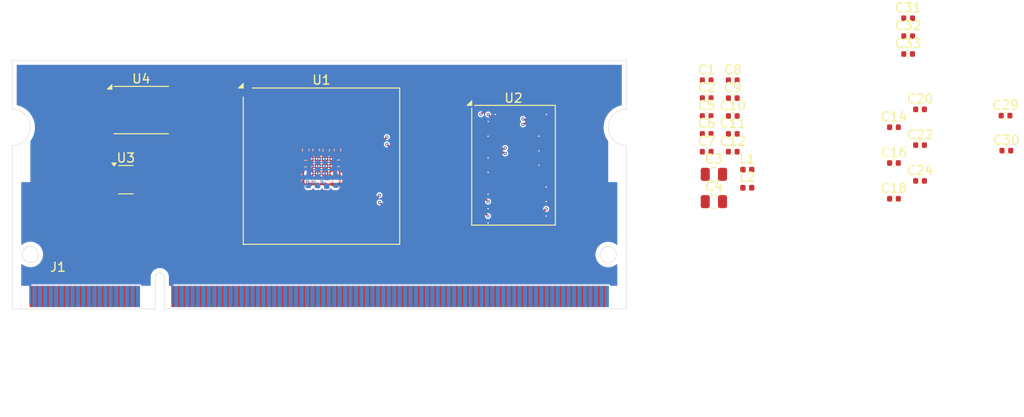
<source format=kicad_pcb>
(kicad_pcb (version 20241229) (generator "pcbnew") (generator_version "9.0")
  (layers (0 "F.Cu" signal) (4 "In1.Cu" power "In1-GND.Cu") (6 "In2.Cu" signal) (8 "In3.Cu" power "In3-GND.Cu") (10 "In4.Cu" mixed "In4-PWR.Cu") (2 "B.Cu" signal) (13 "F.Paste" user) (15 "B.Paste" user) (5 "F.SilkS" user "F.Silkscreen") (7 "B.SilkS" user "B.Silkscreen") (1 "F.Mask" user) (3 "B.Mask" user) (25 "Edge.Cuts" user))
  (net 0 "")
  (net 1 "DDR_VDDQ_1.5V")
  (net 2 "GND")
  (net 3 "DDR_VDD_1.5V")
  (net 54 "ANY")
  (net 204 "VDD_1.5V")
  (net 205 "Net-(U1A-GND-PadB14)")
  (net 215 "Net-(U1B-VCCIO0-PadF10)")
  (net 231 "Net-(U1A-VCCAUX-PadF15)")
  (net 239 "Net-(U1H-VCCIO8-PadP10)")
  (net 243 "Net-(U1A-VCCA0-PadT6)")
  (net 246 "Net-(U1F-VCCIO6-PadL6)")
  (net 251 "Net-(U1A-VCCAUXA0-PadV10)")
  (net 264 "Net-(U1C-VCCIO1-PadF11)")
  (net 277 "Net-(U1G-VCCIO7-PadH6)")
  (net 319 "Net-(U1A-VCCAUXA1-PadV17)")
  (net 375 "Net-(U1A-VCCA1-PadT15)")
  (net 413 "DDR_UDQS_P")
  (net 419 "DDR_DQ0")
  (net 420 "DDR_A4")
  (net 421 "DDR_A8")
  (net 422 "DDR_CK")
  (net 423 "DDR_UDQS_N")
  (net 424 "DDR_LDQS_N")
  (net 425 "DDR_DQ11")
  (net 426 "DDR_DQ13")
  (net 427 "DDR_ZQ")
  (net 428 "DDR_LDQS_P")
  (net 429 "DDR_DQ2")
  (net 430 "DDR_A13")
  (net 431 "DDR_NCK")
  (net 432 "DDR_BA1")
  (net 433 "DDR_RST")
  (net 434 "DDR_DQ6")
  (net 435 "DDR_DQ5")
  (net 436 "DDR_DQ8")
  (net 437 "DDR_ODT")
  (net 438 "DDR_BA0")
  (net 439 "DDR_RAS")
  (net 440 "DDR_A14")
  (net 441 "DDR_DQ3")
  (net 443 "DDR_UDM")
  (net 444 "DDR_A1")
  (net 445 "DDR_A10")
  (net 446 "DDR_A0")
  (net 447 "DDR_LDM")
  (net 448 "DDR_A9")
  (net 450 "DDR_CAS")
  (net 451 "DDR_DQ12")
  (net 452 "DDR_DQ7")
  (net 453 "DDR_A11")
  (net 454 "DDR_WE")
  (net 455 "DDR_A6")
  (net 456 "DDR_A3")
  (net 457 "DDR_DQ9")
  (net 459 "DDR_CKE")
  (net 460 "DDR_VREF")
  (net 461 "DDR_BA2")
  (net 462 "DDR_DQ15")
  (net 463 "DDR_DQ1")
  (net 464 "DDR_CS")
  (net 465 "DDR_A5")
  (net 467 "DDR_A2")
  (net 468 "DDR_A12")
  (net 470 "DDR_DQ10")
  (net 471 "DDR_A7")
  (net 472 "DDR_DQ14")
  (net 473 "DDR_DQ4")
  (net 488 "VCC_CORE")
  (net 491 "1.5V")
  (net 492 "JTAG_TMS")
  (net 493 "JTAG_TCK")
  (net 494 "JTAG_TDI")
  (net 495 "JTAG_TDO")
  (footprint "Capacitor_SMD:C_0402_1005Metric" (layer "F.Cu") (at 127.89 55.76)
    (property "Reference" "C5")
    (property "Value" "1uF")
  )
  (footprint "Package_SON:WSON-8-1EP_6x5mm_P1.27mm_EP3.4x4.3mm" (layer "F.Cu") (at 65.6575 55.11)
    (property "Reference" "U4")
    (property "Value" "W25Q128JVP")
  )
  (footprint "Inductor_SMD:L_0402_1005Metric" (layer "F.Cu") (at 132.36 63.67)
    (property "Reference" "L2")
    (property "Value" "600R")
  )
  (footprint "Capacitor_SMD:C_0402_1005Metric" (layer "F.Cu") (at 151.37 62.91)
    (property "Reference" "C24")
    (property "Value" "10uF")
  )
  (footprint "Connector_PCBEdge:SODIMM-200_1.8V_Card_edge" (layer "F.Cu") (at 53.6 75.65)
    (property "Reference" "J1")
    (property "Value" "SODIMM-200_Split")
    (fp_line (start -2.15 -20.625) (end -2.15 -24.025) (stroke (width 0.05)) (layer "Edge.Cuts"))
    (fp_line (start -2.15 1.375) (end -2.15 -16.625) (stroke (width 0.05)) (layer "Edge.Cuts"))
    (fp_line (start 13.6 1.375) (end -2.15 1.375) (stroke (width 0.05)) (layer "Edge.Cuts"))
    (fp_line (start 13.6 1.375) (end 13.6 -2.125) (stroke (width 0.05)) (layer "Edge.Cuts"))
    (fp_line (start 14.6 -2.125) (end 14.6 1.375) (stroke (width 0.05)) (layer "Edge.Cuts"))
    (fp_line (start 14.6 1.375) (end 65.45 1.375) (stroke (width 0.05)) (layer "Edge.Cuts"))
    (fp_line (start 65.45 -20.625) (end 65.45 -24.025) (stroke (width 0.05)) (layer "Edge.Cuts"))
    (fp_line (start 65.45 1.375) (end 65.45 -16.625) (stroke (width 0.05)) (layer "Edge.Cuts"))
    (fp_arc (start -2.15 -20.625) (mid -0.15 -18.625) (end -2.15 -16.625) (stroke (width 0.05)) (layer "Edge.Cuts"))
    (fp_arc (start 13.6 -2.125) (mid 14.1 -2.625) (end 14.6 -2.125) (stroke (width 0.05)) (layer "Edge.Cuts"))
    (fp_arc (start 65.45 -16.625) (mid 63.45 -18.625) (end 65.45 -20.625) (stroke (width 0.05)) (layer "Edge.Cuts"))
  )
  (footprint "Capacitor_SMD:C_0402_1005Metric" (layer "F.Cu") (at 130.76 53.79)
    (property "Reference" "C9")
    (property "Value" "100nF")
  )
  (footprint "Capacitor_SMD:C_0402_1005Metric" (layer "F.Cu") (at 148.5 57)
    (property "Reference" "C14")
    (property "Value" "100nF")
  )
  (footprint "Capacitor_SMD:C_0402_1005Metric" (layer "F.Cu") (at 148.5 64.88)
    (property "Reference" "C18")
    (property "Value" "10uF")
  )
  (footprint "Capacitor_SMD:C_0402_1005Metric" (layer "F.Cu") (at 127.89 51.82)
    (property "Reference" "C1")
    (property "Value" "100nF")
  )
  (footprint "Capacitor_SMD:C_0402_1005Metric" (layer "F.Cu") (at 150.06 46.96)
    (property "Reference" "C32")
    (property "Value" "100nF")
  )
  (footprint "Capacitor_SMD:C_0402_1005Metric" (layer "F.Cu") (at 130.76 59.7)
    (property "Reference" "C12")
    (property "Value" "100nF")
  )
  (footprint "Capacitor_SMD:C_0402_1005Metric" (layer "F.Cu") (at 127.89 59.7)
    (property "Reference" "C7")
    (property "Value" "1uF")
  )
  (footprint "Capacitor_SMD:C_0402_1005Metric" (layer "F.Cu") (at 148.5 60.94)
    (property "Reference" "C16")
    (property "Value" "100nF")
  )
  (footprint "Capacitor_SMD:C_0805_2012Metric" (layer "F.Cu") (at 128.68 62.19)
    (property "Reference" "C3")
    (property "Value" "22uF")
  )
  (footprint "Capacitor_SMD:C_0402_1005Metric" (layer "F.Cu") (at 127.89 53.79)
    (property "Reference" "C2")
    (property "Value" "100nF")
  )
  (footprint "Capacitor_SMD:C_0402_1005Metric" (layer "F.Cu") (at 127.89 57.73)
    (property "Reference" "C6")
    (property "Value" "1uF")
  )
  (footprint "Package_BGA:Lattice_caBGA-381_17x17mm_Layout20x20_P0.8mm" (layer "F.Cu") (at 85.49 61.29)
    (property "Reference" "U1")
    (property "Value" "LFE5UM5G-85F")
  )
  (footprint "Capacitor_SMD:C_0402_1005Metric" (layer "F.Cu") (at 151.37 55.03)
    (property "Reference" "C20")
    (property "Value" "100nF")
  )
  (footprint "Capacitor_SMD:C_0402_1005Metric" (layer "F.Cu") (at 150.06 44.99)
    (property "Reference" "C31")
    (property "Value" "100nF")
  )
  (footprint "Package_TO_SOT_SMD:SOT-23-5" (layer "F.Cu") (at 63.9625 62.78)
    (property "Reference" "U3")
    (property "Value" "TLV62569DBV")
  )
  (footprint "Inductor_SMD:L_0402_1005Metric" (layer "F.Cu") (at 132.36 61.68)
    (property "Reference" "L1")
    (property "Value" "600R")
  )
  (footprint "Capacitor_SMD:C_0402_1005Metric" (layer "F.Cu") (at 130.76 57.73)
    (property "Reference" "C11")
    (property "Value" "100nF")
  )
  (footprint "Capacitor_SMD:C_0402_1005Metric" (layer "F.Cu") (at 130.76 55.76)
    (property "Reference" "C10")
    (property "Value" "100nF")
  )
  (footprint "Capacitor_SMD:C_0402_1005Metric" (layer "F.Cu") (at 150.06 48.93)
    (property "Reference" "C33")
    (property "Value" "10uF")
  )
  (footprint "Capacitor_SMD:C_0402_1005Metric" (layer "F.Cu") (at 160.78 55.72)
    (property "Reference" "C29")
    (property "Value" "10uF")
  )
  (footprint "Capacitor_SMD:C_0805_2012Metric" (layer "F.Cu") (at 128.68 65.2)
    (property "Reference" "C4")
    (property "Value" "22uF")
  )
  (footprint "Capacitor_SMD:C_0402_1005Metric" (layer "F.Cu") (at 160.87 59.58)
    (property "Reference" "C30")
    (property "Value" "10uF")
  )
  (footprint "Package_BGA:BGA-96_9.0x13.0mm_Layout2x3x16_P0.8mm" (layer "F.Cu") (at 106.63 61.19)
    (property "Reference" "U2")
    (property "Value" "AS4C256M16D3")
  )
  (footprint "Capacitor_SMD:C_0402_1005Metric" (layer "F.Cu") (at 130.76 51.82)
    (property "Reference" "C8")
    (property "Value" "1uF")
  )
  (footprint "Capacitor_SMD:C_0402_1005Metric" (layer "F.Cu") (at 151.37 58.97)
    (property "Reference" "C22")
    (property "Value" "100nF")
  )
  (footprint "Capacitor_SMD:C_0402_1005Metric" (layer "B.Cu") (at 84.91 59.5 90)
    (property "Reference" "C25" (hide yes))
    (property "Value" "100nF" (hide yes))
  )
  (footprint "Capacitor_SMD:C_0402_1005Metric" (layer "B.Cu") (at 86.08 63.04 -90)
    (property "Reference" "C17" (hide yes))
    (property "Value" "100nF" (hide yes))
  )
  (footprint "Capacitor_SMD:C_0402_1005Metric" (layer "B.Cu") (at 86.01 59.54 90)
    (property "Reference" "C23" (hide yes))
    (property "Value" "100nF" (hide yes))
  )
  (footprint "Capacitor_SMD:C_0402_1005Metric" (layer "B.Cu") (at 83.76 59.5 90)
    (property "Reference" "C26" (hide yes))
    (property "Value" "100nF" (hide yes))
  )
  (footprint "Capacitor_SMD:C_0402_1005Metric" (layer "B.Cu") (at 83.75 61.01 180)
    (property "Reference" "C27" (hide yes))
    (property "Value" "100nF" (hide yes))
  )
  (footprint "Capacitor_SMD:C_0402_1005Metric" (layer "B.Cu") (at 84.04 62.97 -90)
    (property "Reference" "C13" (hide yes))
    (property "Value" "100nF" (hide yes))
  )
  (footprint "Capacitor_SMD:C_0402_1005Metric" (layer "B.Cu") (at 87.25 59.51 90)
    (property "Reference" "C21" (hide yes))
    (property "Value" "100nF" (hide yes))
  )
  (footprint "Capacitor_SMD:C_0402_1005Metric" (layer "B.Cu") (at 87.37 60.97)
    (property "Reference" "C28" (hide yes))
    (property "Value" "100nF" (hide yes))
  )
  (footprint "Capacitor_SMD:C_0402_1005Metric" (layer "B.Cu") (at 87.09 62.92 -90)
    (property "Reference" "C19" (hide yes))
    (property "Value" "100nF" (hide yes))
  )
  (footprint "Capacitor_SMD:C_0402_1005Metric" (layer "B.Cu") (at 85.06 62.97 -90)
    (property "Reference" "C15" (hide yes))
    (property "Value" "100nF" (hide yes))
  )
  (gr_circle (center 53.45 71.02) (end 54.35 71.02) (stroke (width 0.05)) (fill no) (layer "Edge.Cuts"))
  (gr_line (start 51.45 51.625) (end 51.45 49.62) (stroke (width 0.05)) (layer "Edge.Cuts"))
  (gr_circle (center 117.05 71.03) (end 117.95 71.03) (stroke (width 0.05)) (fill no) (layer "Edge.Cuts"))
  (gr_line (start 119.05 49.62) (end 51.45 49.62) (stroke (width 0.05)) (layer "Edge.Cuts"))
  (gr_line (start 119.05 51.625) (end 119.05 49.62) (stroke (width 0.05)) (layer "Edge.Cuts"))
  (segment (start 103.43 55.19) (end 103.04 55.58) (width 0.2) (layer "F.Cu") (net 1))
  (via (at 103.04 55.58) (size 0.35) (drill 0.15) (layers "F.Cu" "B.Cu") (net 1))
  (segment (start 103.83 67.55) (end 103.47 67.19) (width 0.2) (layer "F.Cu") (net 2))
  (segment (start 103.46 55.99) (end 103.84 56.37) (width 0.2) (layer "F.Cu") (net 2))
  (segment (start 103.43 65.59) (end 103.44 65.59) (width 0.2) (layer "F.Cu") (net 2))
  (segment (start 104.23 61.59) (end 104.22 61.59) (width 0.2) (layer "F.Cu") (net 2))
  (segment (start 109.83 55.99) (end 109.84 55.99) (width 0.2) (layer "F.Cu") (net 2))
  (segment (start 109.03 57.6) (end 109.42 57.99) (width 0.2) (layer "F.Cu") (net 2))
  (segment (start 109.84 55.99) (end 110.24 55.59) (width 0.2) (layer "F.Cu") (net 2))
  (segment (start 109.83 59.19) (end 109.42 59.6) (width 0.2) (layer "F.Cu") (net 2))
  (segment (start 109.84 55.19) (end 110.24 55.59) (width 0.2) (layer "F.Cu") (net 2))
  (segment (start 110.23 63.59) (end 109.83 63.99) (width 0.2) (layer "F.Cu") (net 2))
  (segment (start 109.03 59.99) (end 109.42 59.6) (width 0.2) (layer "F.Cu") (net 2))
  (segment (start 105.03 55.99) (end 104.63 55.59) (width 0.2) (layer "F.Cu") (net 2))
  (segment (start 103.47 67.19) (end 103.43 67.19) (width 0.2) (layer "F.Cu") (net 2))
  (segment (start 103.43 57.59) (end 103.83 57.99) (width 0.2) (layer "F.Cu") (net 2))
  (segment (start 109.03 57.59) (end 109.03 57.6) (width 0.2) (layer "F.Cu") (net 2))
  (segment (start 109.83 67.19) (end 110.23 66.79) (width 0.2) (layer "F.Cu") (net 2))
  (segment (start 103.43 58.39) (end 103.83 57.99) (width 0.2) (layer "F.Cu") (net 2))
  (segment (start 103.43 59.99) (end 103.83 60.39) (width 0.2) (layer "F.Cu") (net 2))
  (segment (start 103.44 65.59) (end 103.83 65.98) (width 0.2) (layer "F.Cu") (net 2))
  (segment (start 104.22 61.59) (end 103.83 61.98) (width 0.2) (layer "F.Cu") (net 2))
  (segment (start 109.03 61.58) (end 109.42 61.19) (width 0.2) (layer "F.Cu") (net 2))
  (segment (start 109.03 58.38) (end 109.42 57.99) (width 0.2) (layer "F.Cu") (net 2))
  (segment (start 109.03 58.39) (end 109.03 58.38) (width 0.2) (layer "F.Cu") (net 2))
  (segment (start 103.43 55.99) (end 103.46 55.99) (width 0.2) (layer "F.Cu") (net 2))
  (segment (start 109.81 59.99) (end 109.42 59.6) (width 0.2) (layer "F.Cu") (net 2))
  (segment (start 103.43 63.99) (end 103.83 64.39) (width 0.2) (layer "F.Cu") (net 2))
  (segment (start 109.83 65.59) (end 110.23 65.19) (width 0.2) (layer "F.Cu") (net 2))
  (segment (start 109.83 55.19) (end 109.84 55.19) (width 0.2) (layer "F.Cu") (net 2))
  (segment (start 109.83 59.99) (end 109.81 59.99) (width 0.2) (layer "F.Cu") (net 2))
  (segment (start 104.23 58.39) (end 103.83 57.99) (width 0.2) (layer "F.Cu") (net 2))
  (segment (start 109.03 61.59) (end 109.03 61.58) (width 0.2) (layer "F.Cu") (net 2))
  (via (at 109.42 57.99) (size 0.35) (drill 0.15) (layers "F.Cu" "B.Cu") (net 2))
  (via (at 110.23 63.59) (size 0.35) (drill 0.15) (layers "F.Cu" "B.Cu") (net 2))
  (via (at 103.83 65.98) (size 0.35) (drill 0.15) (layers "F.Cu" "B.Cu") (net 2))
  (via (at 110.23 66.79) (size 0.35) (drill 0.15) (layers "F.Cu" "B.Cu") (net 2))
  (via (at 103.83 60.39) (size 0.35) (drill 0.15) (layers "F.Cu" "B.Cu") (net 2))
  (via (at 104.63 55.59) (size 0.35) (drill 0.15) (layers "F.Cu" "B.Cu") (net 2))
  (via (at 103.83 64.39) (size 0.35) (drill 0.15) (layers "F.Cu" "B.Cu") (net 2))
  (via (at 109.42 59.6) (size 0.35) (drill 0.15) (layers "F.Cu" "B.Cu") (net 2))
  (via (at 103.84 56.37) (size 0.35) (drill 0.15) (layers "F.Cu" "B.Cu") (net 2))
  (via (at 110.23 65.19) (size 0.35) (drill 0.15) (layers "F.Cu" "B.Cu") (net 2))
  (via (at 103.83 57.99) (size 0.35) (drill 0.15) (layers "F.Cu" "B.Cu") (net 2))
  (via (at 103.83 61.98) (size 0.35) (drill 0.15) (layers "F.Cu" "B.Cu") (net 2))
  (via (at 103.83 67.55) (size 0.35) (drill 0.15) (layers "F.Cu" "B.Cu") (net 2))
  (via (at 109.42 61.19) (size 0.35) (drill 0.15) (layers "F.Cu" "B.Cu") (net 2))
  (via (at 110.24 55.59) (size 0.35) (drill 0.15) (layers "F.Cu" "B.Cu") (net 2))
  (segment (start 104.23 55.99) (end 103.84 55.6) (width 0.2) (layer "F.Cu") (net 3))
  (segment (start 109.83 66.39) (end 109.84 66.39) (width 0.2) (layer "F.Cu") (net 3))
  (segment (start 109.83 66.39) (end 109.83 66.38) (width 0.2) (layer "F.Cu") (net 3))
  (segment (start 109.84 66.39) (end 110.23 66) (width 0.2) (layer "F.Cu") (net 3))
  (segment (start 103.43 66.4) (end 103.82 66.79) (width 0.2) (layer "F.Cu") (net 3))
  (segment (start 103.43 64.79) (end 103.83 65.19) (width 0.2) (layer "F.Cu") (net 3))
  (segment (start 103.43 66.39) (end 103.43 66.4) (width 0.2) (layer "F.Cu") (net 3))
  (via (at 110.23 66) (size 0.35) (drill 0.15) (layers "F.Cu" "B.Cu") (net 3))
  (via (at 103.82 66.79) (size 0.35) (drill 0.15) (layers "F.Cu" "B.Cu") (net 3))
  (via (at 103.83 65.19) (size 0.35) (drill 0.15) (layers "F.Cu" "B.Cu") (net 3))
  (via (at 103.84 55.6) (size 0.35) (drill 0.15) (layers "F.Cu" "B.Cu") (net 3))
  (segment (start 85.09 60.09) (end 85.08 60.09) (width 0.2) (layer "F.Cu") (net 205))
  (segment (start 86.69 60.89) (end 86.29 61.29) (width 0.2) (layer "F.Cu") (net 205))
  (segment (start 85.09 61.69) (end 84.69 62.09) (width 0.2) (layer "F.Cu") (net 205))
  (segment (start 84.29 60.89) (end 84.69 61.29) (width 0.2) (layer "F.Cu") (net 205))
  (segment (start 85.88 60.09) (end 85.48 60.49) (width 0.2) (layer "F.Cu") (net 205))
  (segment (start 85.09 60.89) (end 84.69 61.29) (width 0.2) (layer "F.Cu") (net 205))
  (segment (start 84.29 61.69) (end 84.69 62.09) (width 0.2) (layer "F.Cu") (net 205))
  (segment (start 85.09 60.88) (end 84.69 60.48) (width 0.2) (layer "F.Cu") (net 205))
  (segment (start 84.29 60.88) (end 84.69 60.48) (width 0.2) (layer "F.Cu") (net 205))
  (segment (start 85.88 60.89) (end 85.48 60.49) (width 0.2) (layer "F.Cu") (net 205))
  (segment (start 85.89 60.09) (end 86.29 60.49) (width 0.2) (layer "F.Cu") (net 205))
  (segment (start 85.89 60.89) (end 86.29 60.49) (width 0.2) (layer "F.Cu") (net 205))
  (segment (start 86.69 61.69) (end 86.29 61.29) (width 0.2) (layer "F.Cu") (net 205))
  (segment (start 85.89 61.69) (end 85.49 62.09) (width 0.2) (layer "F.Cu") (net 205))
  (segment (start 84.29 60.09) (end 84.3 60.09) (width 0.2) (layer "F.Cu") (net 205))
  (segment (start 84.3 60.09) (end 84.69 60.48) (width 0.2) (layer "F.Cu") (net 205))
  (segment (start 85.89 61.69) (end 85.49 61.29) (width 0.2) (layer "F.Cu") (net 205))
  (segment (start 85.09 61.69) (end 85.49 62.09) (width 0.2) (layer "F.Cu") (net 205))
  (segment (start 84.29 61.69) (end 84.69 61.29) (width 0.2) (layer "F.Cu") (net 205))
  (segment (start 85.09 60.88) (end 85.48 60.49) (width 0.2) (layer "F.Cu") (net 205))
  (segment (start 85.89 62.49) (end 86.29 62.09) (width 0.2) (layer "F.Cu") (net 205))
  (segment (start 85.89 61.69) (end 86.29 62.09) (width 0.2) (layer "F.Cu") (net 205))
  (segment (start 85.09 60.89) (end 85.49 61.29) (width 0.2) (layer "F.Cu") (net 205))
  (segment (start 86.69 60.89) (end 86.29 60.49) (width 0.2) (layer "F.Cu") (net 205))
  (segment (start 85.89 60.89) (end 85.49 61.29) (width 0.2) (layer "F.Cu") (net 205))
  (segment (start 85.09 61.69) (end 85.49 61.29) (width 0.2) (layer "F.Cu") (net 205))
  (segment (start 84.29 62.49) (end 84.69 62.09) (width 0.2) (layer "F.Cu") (net 205))
  (segment (start 85.89 61.69) (end 86.29 61.29) (width 0.2) (layer "F.Cu") (net 205))
  (segment (start 84.29 60.89) (end 84.29 60.88) (width 0.2) (layer "F.Cu") (net 205))
  (segment (start 85.89 60.09) (end 85.88 60.09) (width 0.2) (layer "F.Cu") (net 205))
  (segment (start 85.09 62.49) (end 85.49 62.09) (width 0.2) (layer "F.Cu") (net 205))
  (segment (start 85.89 62.49) (end 85.49 62.09) (width 0.2) (layer "F.Cu") (net 205))
  (segment (start 85.89 60.89) (end 86.29 61.29) (width 0.2) (layer "F.Cu") (net 205))
  (segment (start 86.69 61.69) (end 86.29 62.09) (width 0.2) (layer "F.Cu") (net 205))
  (segment (start 85.89 60.89) (end 85.88 60.89) (width 0.2) (layer "F.Cu") (net 205))
  (segment (start 86.69 60.09) (end 86.29 60.49) (width 0.2) (layer "F.Cu") (net 205))
  (segment (start 85.09 60.89) (end 85.09 60.88) (width 0.2) (layer "F.Cu") (net 205))
  (segment (start 85.09 60.09) (end 85.09 60.1) (width 0.2) (layer "F.Cu") (net 205))
  (segment (start 86.69 62.49) (end 86.29 62.09) (width 0.2) (layer "F.Cu") (net 205))
  (segment (start 85.09 62.49) (end 84.69 62.09) (width 0.2) (layer "F.Cu") (net 205))
  (segment (start 85.09 61.69) (end 84.69 61.29) (width 0.2) (layer "F.Cu") (net 205))
  (segment (start 85.08 60.09) (end 84.69 60.48) (width 0.2) (layer "F.Cu") (net 205))
  (segment (start 85.09 60.1) (end 85.48 60.49) (width 0.2) (layer "F.Cu") (net 205))
  (via (at 84.69 60.48) (size 0.35) (drill 0.15) (layers "F.Cu" "B.Cu") (net 205))
  (via (at 86.29 61.29) (size 0.35) (drill 0.15) (layers "F.Cu" "B.Cu") (net 205))
  (via (at 86.29 62.09) (size 0.35) (drill 0.15) (layers "F.Cu" "B.Cu") (net 205))
  (via (at 85.49 62.09) (size 0.35) (drill 0.15) (layers "F.Cu" "B.Cu") (net 205))
  (via (at 86.29 60.49) (size 0.35) (drill 0.15) (layers "F.Cu" "B.Cu") (net 205))
  (via (at 85.49 61.29) (size 0.35) (drill 0.15) (layers "F.Cu" "B.Cu") (net 205))
  (via (at 84.69 61.29) (size 0.35) (drill 0.15) (layers "F.Cu" "B.Cu") (net 205))
  (via (at 85.48 60.49) (size 0.35) (drill 0.15) (layers "F.Cu" "B.Cu") (net 205))
  (via (at 84.69 62.09) (size 0.35) (drill 0.15) (layers "F.Cu" "B.Cu") (net 205))
  (segment (start 92.29 58.49) (end 92.69 58.09) (width 0.2) (layer "F.Cu") (net 413))
  (segment (start 108.23 56.79) (end 108.055001 56.615001) (width 0.2) (layer "F.Cu") (net 413))
  (segment (start 107.742085 56.615001) (end 107.667086 56.69) (width 0.2) (layer "F.Cu") (net 413))
  (segment (start 108.055001 56.615001) (end 107.742085 56.615001) (width 0.2) (layer "F.Cu") (net 413))
  (via (at 92.69 58.09) (size 0.35) (drill 0.15) (layers "F.Cu" "B.Cu") (net 413))
  (via (at 107.667086 56.69) (size 0.35) (drill 0.15) (layers "F.Cu" "B.Cu") (net 413))
  (segment (start 93.09 59.29) (end 92.69 58.89) (width 0.2) (layer "F.Cu") (net 423))
  (segment (start 108.055001 56.164999) (end 107.742085 56.164999) (width 0.2) (layer "F.Cu") (net 423))
  (segment (start 108.23 55.99) (end 108.055001 56.164999) (width 0.2) (layer "F.Cu") (net 423))
  (segment (start 107.742085 56.164999) (end 107.667086 56.09) (width 0.2) (layer "F.Cu") (net 423))
  (via (at 92.69 58.89) (size 0.35) (drill 0.15) (layers "F.Cu" "B.Cu") (net 423))
  (via (at 107.667086 56.09) (size 0.35) (drill 0.15) (layers "F.Cu" "B.Cu") (net 423))
  (segment (start 105.03 59.99) (end 105.204999 59.815001) (width 0.2) (layer "F.Cu") (net 424))
  (segment (start 105.204999 59.815001) (end 105.643903 59.815001) (width 0.2) (layer "F.Cu") (net 424))
  (segment (start 105.643903 59.815001) (end 105.718902 59.89) (width 0.2) (layer "F.Cu") (net 424))
  (segment (start 91.49 64.89) (end 91.49 64.88) (width 0.2) (layer "F.Cu") (net 424))
  (segment (start 91.49 64.88) (end 91.88 64.49) (width 0.2) (layer "F.Cu") (net 424))
  (via (at 91.88 64.49) (size 0.35) (drill 0.15) (layers "F.Cu" "B.Cu") (net 424))
  (via (at 105.718902 59.89) (size 0.35) (drill 0.15) (layers "F.Cu" "B.Cu") (net 424))
  (segment (start 92.29 65.69) (end 91.89 65.29) (width 0.2) (layer "F.Cu") (net 428))
  (segment (start 105.03 59.19) (end 105.204999 59.364999) (width 0.2) (layer "F.Cu") (net 428))
  (segment (start 105.204999 59.364999) (end 105.643903 59.364999) (width 0.2) (layer "F.Cu") (net 428))
  (segment (start 105.643903 59.364999) (end 105.718902 59.29) (width 0.2) (layer "F.Cu") (net 428))
  (via (at 91.89 65.29) (size 0.35) (drill 0.15) (layers "F.Cu" "B.Cu") (net 428))
  (via (at 105.718902 59.29) (size 0.35) (drill 0.15) (layers "F.Cu" "B.Cu") (net 428))
  (segment (start 83.49 59.29) (end 83.49 60.09) (width 0.2) (layer "F.Cu") (net 488))
  (segment (start 87.49 63.29) (end 86.69 63.29) (width 0.2) (layer "F.Cu") (net 488))
  (segment (start 84.29 59.29) (end 83.49 59.29) (width 0.2) (layer "F.Cu") (net 488))
  (segment (start 85.55 63.06) (end 85.5 63.01) (width 0.2) (layer "F.Cu") (net 488))
  (segment (start 87.49 60.89) (end 87.49 61.69) (width 0.2) (layer "F.Cu") (net 488))
  (segment (start 87.49 59.29) (end 87.49 60.09) (width 0.2) (layer "F.Cu") (net 488))
  (segment (start 85.55 63.29) (end 85.55 63.06) (width 0.2) (layer "F.Cu") (net 488))
  (segment (start 83.49 60.89) (end 83.49 61.69) (width 0.2) (layer "F.Cu") (net 488))
  (segment (start 85.89 59.29) (end 86.69 59.29) (width 0.2) (layer "F.Cu") (net 488))
  (segment (start 83.49 63.29) (end 83.49 62.49) (width 0.2) (layer "F.Cu") (net 488))
  (segment (start 85.09 63.29) (end 84.58 63.29) (width 0.2) (layer "F.Cu") (net 488))
  (segment (start 86.69 63.29) (end 85.89 63.29) (width 0.2) (layer "F.Cu") (net 488))
  (segment (start 83.49 60.09) (end 83.49 60.89) (width 0.2) (layer "F.Cu") (net 488))
  (segment (start 85.09 59.29) (end 85.89 59.29) (width 0.2) (layer "F.Cu") (net 488))
  (segment (start 83.98 63.025) (end 83.98 63.29) (width 0.2) (layer "F.Cu") (net 488))
  (segment (start 85.89 63.29) (end 85.55 63.29) (width 0.2) (layer "F.Cu") (net 488))
  (segment (start 83.49 62.49) (end 83.49 61.69) (width 0.2) (layer "F.Cu") (net 488))
  (segment (start 87.49 61.69) (end 87.49 62.49) (width 0.2) (layer "F.Cu") (net 488))
  (segment (start 84.65906 63.034894) (end 84.65906 63.26906) (width 0.2) (layer "F.Cu") (net 488))
  (segment (start 84.58 63.29) (end 84.29 63.29) (width 0.2) (layer "F.Cu") (net 488))
  (segment (start 83.98 63.29) (end 84.29 63.29) (width 0.2) (layer "F.Cu") (net 488))
  (segment (start 87.49 63.29) (end 87.49 62.49) (width 0.2) (layer "F.Cu") (net 488))
  (segment (start 84.29 63.29) (end 83.86 63.29) (width 0.2) (layer "F.Cu") (net 488))
  (segment (start 83.86 63.29) (end 83.49 63.29) (width 0.2) (layer "F.Cu") (net 488))
  (segment (start 86.69 59.29) (end 87.49 59.29) (width 0.2) (layer "F.Cu") (net 488))
  (segment (start 84.65906 63.26906) (end 84.68 63.29) (width 0.2) (layer "F.Cu") (net 488))
  (segment (start 85.55 63.29) (end 85.09 63.29) (width 0.2) (layer "F.Cu") (net 488))
  (segment (start 87.49 60.09) (end 87.49 60.89) (width 0.2) (layer "F.Cu") (net 488))
  (segment (start 85.09 59.29) (end 84.29 59.29) (width 0.2) (layer "F.Cu") (net 488))
  (via (at 84.65906 63.034894) (size 0.35) (drill 0.15) (layers "F.Cu" "B.Cu") (net 488))
  (via (at 83.98 63.025) (size 0.35) (drill 0.15) (layers "F.Cu" "B.Cu") (net 488))
  (via (at 85.5 63.01) (size 0.35) (drill 0.15) (layers "F.Cu" "B.Cu") (net 488))
  (segment (start 85.5 63.01) (end 85.57 63.01) (width 0.2) (layer "B.Cu") (net 488))
  (segment (start 84.65906 63.034894) (end 84.65906 63.04906) (width 0.2) (layer "B.Cu") (net 488))
  (segment (start 83.98 63.26) (end 84.1 63.38) (width 0.2) (layer "B.Cu") (net 488))
  (segment (start 84.65906 63.04906) (end 85.06 63.45) (width 0.2) (layer "B.Cu") (net 488))
  (segment (start 83.98 63.025) (end 83.98 63.26) (width 0.2) (layer "B.Cu") (net 488))
  (segment (start 85.57 63.01) (end 86.08 63.52) (width 0.2) (layer "B.Cu") (net 488))
  (zone (net 2) (net_name "GND") (layer "B.Cu") (connect_pads (clearance 0.1)) (min_thickness 0.1) (fill yes (thermal_gap 0.5) (thermal_bridge_width 0.5))
    (polygon (pts (xy 51.45015 55.027007) (xy 51.45015 49.627007) (xy 119.05015 49.627007) (xy 119.05015 55.027007) (xy 118.86015 55.037007) (xy 118.66015 55.067007) (xy 118.47015 55.117007) (xy 118.29015 55.177007) (xy 118.12015 55.257007) (xy 117.94015 55.367007) (xy 117.79015 55.477007) (xy 117.63015 55.617007) (xy 117.50015 55.757007) (xy 117.39015 55.907007) (xy 117.29015 56.077007) (xy 117.20015 56.267007) (xy 117.13015 56.457007) (xy 117.09015 56.637007) (xy 117.06015 56.837007) (xy 117.05015 57.032007) (xy 117.06015 57.227007) (xy 117.09015 57.417007) (xy 117.14015 57.617007) (xy 117.20015 57.797007) (xy 117.29015 57.977007) (xy 117.38015 58.137007) (xy 117.50015 58.297007) (xy 117.63015 58.437007) (xy 117.78015 58.577007) (xy 117.94015 58.687007) (xy 118.11015 58.797007) (xy 118.29015 58.877007) (xy 118.47015 58.947007) (xy 118.66015 58.997007) (xy 118.85015 59.027007) (xy 119.05015 59.037007) (xy 119.05015 77.032007) (xy 51.45015 77.032007) (xy 51.45015 59.017007) (xy 51.66015 59.007007) (xy 51.84015 58.987007) (xy 52.03015 58.947007) (xy 52.21015 58.887007) (xy 52.40015 58.797007) (xy 52.56015 58.697007) (xy 52.72015 58.577007) (xy 52.87015 58.447007) (xy 53.00015 58.307007) (xy 53.12015 58.137007) (xy 53.22015 57.977007) (xy 53.28015 57.847007) (xy 53.32015 57.757007) (xy 53.37015 57.617007) (xy 53.42015 57.427007) (xy 53.45015 57.237007) (xy 53.45015 56.827007) (xy 53.41015 56.637007) (xy 53.36015 56.437007) (xy 53.30015 56.267007) (xy 53.22015 56.097007) (xy 53.12015 55.927007) (xy 53.00015 55.767007) (xy 52.87015 55.617007) (xy 52.73015 55.487007) (xy 52.59015 55.387007) (xy 52.41015 55.277007) (xy 52.21015 55.177007) (xy 52.03015 55.117007) (xy 51.85015 55.067007) (xy 51.65015 55.037007)))
  )
)
</source>
